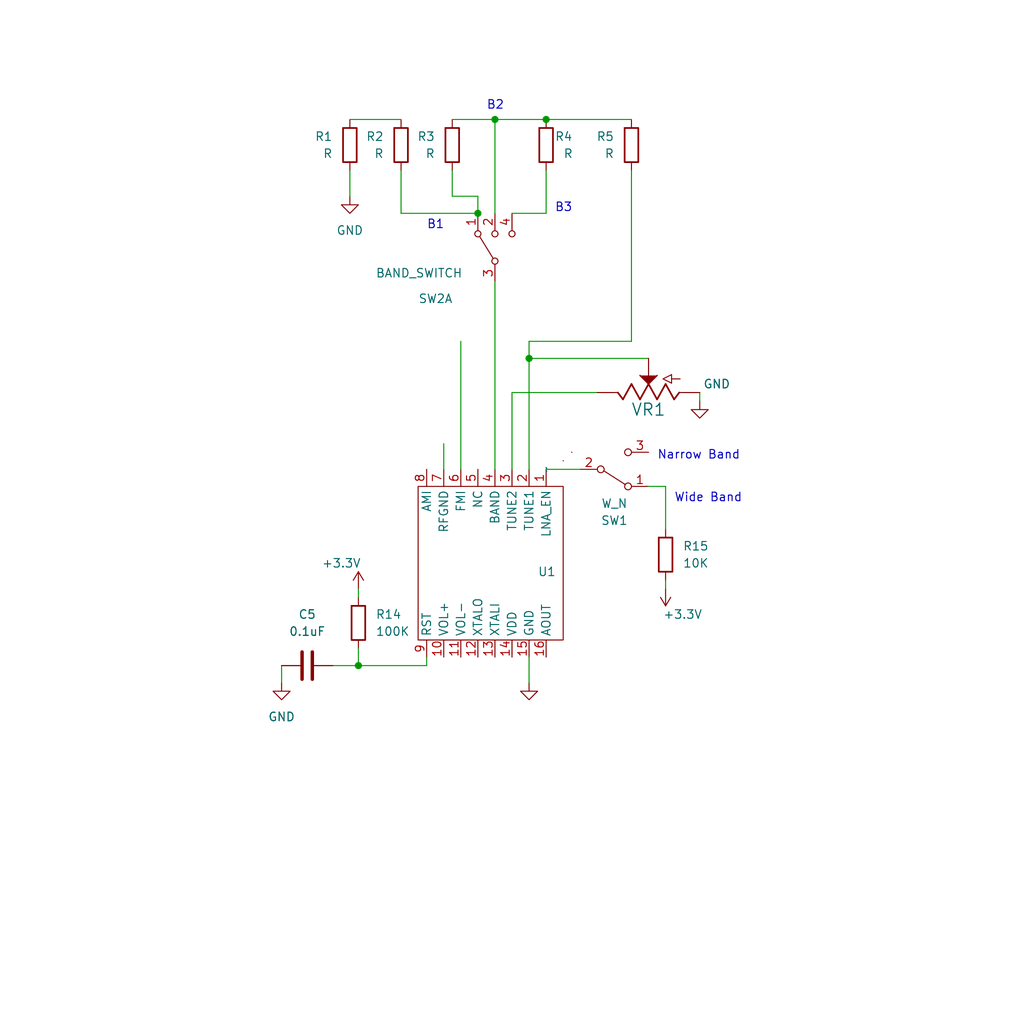
<source format=kicad_sch>
(kicad_sch (version 20230121) (generator eeschema)
  (paper "User" 152.4 152.4)
  (title_block (title "SI4825 Narrow and Wide band setup") (rev "1.0") (company "Ricardo Lima Caratti"))
  (lib_symbols
    (symbol "Device:C" (pin_numbers hide) (pin_names (offset 0.254))
      (property "Reference" "C" (at 0.635 2.54 0))
      (property "Value" "C" (at 0.635 -2.54 0))
      (symbol "C_0_1"
        (polyline (pts (xy -2.032 -0.762) (xy 2.032 -0.762)) (stroke (width 0.508)))
        (polyline (pts (xy -2.032 0.762) (xy 2.032 0.762)) (stroke (width 0.508)))
      )
      (symbol "C_1_1"
        (pin passive line (at 0 3.81 270) (length 2.794) (name "~") (number "1"))
        (pin passive line (at 0 -3.81 90) (length 2.794) (name "~") (number "2"))
      )
    )
    (symbol "Device:R" (pin_numbers hide) (pin_names (offset 0))
      (property "Reference" "R" (at 2.032 0 90))
      (property "Value" "R" (at 0 0 90))
      (symbol "R_0_1"
        (rectangle (start -1.016 -2.54) (end 1.016 2.54) (stroke (width 0.254)))
      )
      (symbol "R_1_1"
        (pin passive line (at 0 3.81 270) (length 1.27) (name "~") (number "1"))
        (pin passive line (at 0 -3.81 90) (length 1.27) (name "~") (number "2"))
      )
    )
    (symbol "SI4844:POTENTIOMETER-PTH-9MM-1/20W-20%"
      (property "Reference" "VR" (at 3.048 -0.254 90))
      (symbol "POTENTIOMETER-PTH-9MM-1/20W-20%_1_0"
        (polyline (pts (xy -1.016 -3.81) (xy 1.27 -2.54)) (stroke (width 0.254)))
        (polyline (pts (xy -1.016 -1.27) (xy 1.27 0)) (stroke (width 0.254)))
        (polyline (pts (xy -1.016 1.27) (xy 1.27 2.54)) (stroke (width 0.254)))
        (polyline (pts (xy -1.016 3.81) (xy 0 4.572)) (stroke (width 0.254)))
        (polyline (pts (xy 0 -5.08) (xy 0 -4.572)) (stroke (width 0.1524)))
        (polyline (pts (xy 0 -4.572) (xy -1.016 -3.81)) (stroke (width 0.254)))
        (polyline (pts (xy 0 4.572) (xy 0 5.08)) (stroke (width 0.1524)))
        (polyline (pts (xy 1.27 -2.54) (xy -1.016 -1.27)) (stroke (width 0.254)))
        (polyline (pts (xy 1.27 0) (xy -1.016 1.27)) (stroke (width 0.254)))
        (polyline (pts (xy 1.27 2.54) (xy -1.016 3.81)) (stroke (width 0.254)))
        (polyline (pts (xy 1.397 -3.429) (xy 2.032 -2.159)) (stroke (width 0.1524)))
        (polyline (pts (xy 2.032 -4.699) (xy 2.032 -3.429)) (stroke (width 0.1524)))
        (polyline (pts (xy 2.032 -3.429) (xy 1.397 -3.429)) (stroke (width 0.1524)))
        (polyline (pts (xy 2.032 -2.159) (xy 2.667 -3.429)) (stroke (width 0.1524)))
        (polyline (pts (xy 2.667 -3.429) (xy 2.032 -3.429)) (stroke (width 0.1524)))
        (polyline (pts (xy 2.54 -1.27) (xy 1.27 0) (xy 2.54 1.27)) (stroke (width 0.2032)) (fill (type outline)))
        (pin passive line (at 0 7.62 270) (length 2.54) (name "E") (number "P$1"))
        (pin passive line (at 5.08 0 180) (length 2.54) (name "S") (number "P$2"))
        (pin passive line (at 0 -7.62 90) (length 2.54) (name "A") (number "P$3"))
      )
    )
    (symbol "SI48XX:SI4825"
      (property "Reference" "U" (at 0 6.35 0))
      (symbol "SI4825_0_0"
        (pin bidirectional line (at 13.97 -8.89 180) (length 2.54) (name "XTALI") (number "13"))
        (pin power_in line (at 13.97 -6.35 180) (length 2.54) (name "VDD") (number "14"))
        (pin power_in line (at 13.97 -3.81 180) (length 2.54) (name "GND") (number "15"))
        (pin output line (at 13.97 -1.27 180) (length 2.54) (name "AOUT") (number "16"))
        (pin passive line (at -13.97 -3.81 0) (length 2.54) (name "TUNE1") (number "2"))
        (pin passive line (at -13.97 -6.35 0) (length 2.54) (name "TUNE2") (number "3"))
        (pin passive line (at -13.97 -8.89 0) (length 2.54) (name "BAND") (number "4"))
        (pin free line (at -13.97 -11.43 0) (length 2.54) (name "NC") (number "5"))
        (pin input line (at -13.97 -13.97 0) (length 2.54) (name "FMI") (number "6"))
        (pin passive line (at -13.97 -16.51 0) (length 2.54) (name "RFGND") (number "7"))
        (pin input line (at -13.97 -19.05 0) (length 2.54) (name "AMI") (number "8"))
        (pin output line (at 13.97 -19.05 180) (length 2.54) (name "RST") (number "9"))
      )
      (symbol "SI4825_0_1"
        (rectangle (start -16.51 2.54) (end -16.51 2.54))
        (rectangle (start -15.24 1.27) (end -15.24 1.27))
        (rectangle (start -15.24 1.27) (end -15.24 1.27))
      )
      (symbol "SI4825_1_0"
        (pin output line (at -13.97 -1.27 0) (length 2.54) (name "LNA_EN") (number "1"))
        (pin bidirectional line (at 13.97 -16.51 180) (length 2.54) (name "VOL+") (number "10"))
        (pin bidirectional line (at 13.97 -13.97 180) (length 2.54) (name "VOL-") (number "11"))
        (pin bidirectional line (at 13.97 -11.43 180) (length 2.54) (name "XTALO") (number "12"))
      )
      (symbol "SI4825_1_1"
        (rectangle (start -16.51 2.54) (end -16.51 2.54))
        (rectangle (start -11.43 1.27) (end 11.43 -20.32))
      )
    )
    (symbol "Switch:SW_DP3T" (pin_names (offset 0) hide)
      (property "Reference" "SW" (at 0 5.08 0))
      (property "Value" "SW_DP3T" (at 0 -5.08 0))
      (symbol "SW_DP3T_0_1"
        (circle (center -2.032 0) (radius 0.4572))
        (polyline (pts (xy -1.651 0.254) (xy 1.651 2.286)))
        (circle (center 2.032 -2.54) (radius 0.4572))
        (circle (center 2.032 0) (radius 0.4572))
        (circle (center 2.032 2.54) (radius 0.4572))
      )
      (symbol "SW_DP3T_1_1"
        (pin passive line (at 5.08 2.54 180) (length 2.54) (name "1") (number "1"))
        (pin passive line (at 5.08 0 180) (length 2.54) (name "2") (number "2"))
        (pin passive line (at -5.08 0 0) (length 2.54) (name "3") (number "3"))
        (pin passive line (at 5.08 -2.54 180) (length 2.54) (name "4") (number "4"))
      )
      (symbol "SW_DP3T_2_1"
        (pin passive line (at 5.08 2.54 180) (length 2.54) (name "5") (number "5"))
        (pin passive line (at 5.08 0 180) (length 2.54) (name "6") (number "6"))
        (pin passive line (at -5.08 0 0) (length 2.54) (name "7") (number "7"))
        (pin passive line (at 5.08 -2.54 180) (length 2.54) (name "8") (number "8"))
      )
    )
    (symbol "Switch:SW_SPDT" (pin_names (offset 0) hide)
      (property "Reference" "SW" (at 0 4.318 0))
      (property "Value" "SW_SPDT" (at 0 -5.08 0))
      (symbol "SW_SPDT_0_0"
        (circle (center -2.032 0) (radius 0.508))
        (circle (center 2.032 -2.54) (radius 0.508))
      )
      (symbol "SW_SPDT_0_1"
        (polyline (pts (xy -1.524 0.254) (xy 1.651 2.286)))
        (circle (center 2.032 2.54) (radius 0.508))
      )
      (symbol "SW_SPDT_1_1"
        (pin passive line (at 5.08 2.54 180) (length 2.54) (name "A") (number "1"))
        (pin passive line (at -5.08 0 0) (length 2.54) (name "B") (number "2"))
        (pin passive line (at 5.08 -2.54 180) (length 2.54) (name "C") (number "3"))
      )
    )
    (symbol "power:+3.3V" (power) (pin_names (offset 0))
      (property "Value" "+3.3V" (at 0 3.556 0))
      (symbol "+3.3V_0_1"
        (polyline (pts (xy -0.762 1.27) (xy 0 2.54)))
        (polyline (pts (xy 0 0) (xy 0 2.54)))
        (polyline (pts (xy 0 2.54) (xy 0.762 1.27)))
      )
      (symbol "+3.3V_1_1"
        (pin power_in line (at 0 0 90) (length 0) hide (name "+3.3V") (number "1"))
      )
    )
    (symbol "power:GND" (power) (pin_names (offset 0))
      (property "Value" "GND" (at 0 -3.81 0))
      (symbol "GND_0_1"
        (polyline (pts (xy 0 0) (xy 0 -1.27) (xy 1.27 -1.27) (xy 0 -2.54) (xy -1.27 -1.27) (xy 0 -1.27)))
      )
      (symbol "GND_1_1"
        (pin power_in line (at 0 0 270) (length 0) hide (name "GND") (number "1"))
      )
    )
  )
  (junction (at 71.12 31.75))
  (junction (at 78.74 53.34))
  (junction (at 73.66 17.78))
  (junction (at 81.28 17.78))
  (junction (at 53.34 99.06))
  (wire (pts (xy 52.07 25.4) (xy 52.07 29.21)))
  (wire (pts (xy 49.53 99.06) (xy 53.34 99.06)))
  (wire (pts (xy 76.2 58.42) (xy 76.2 69.85)))
  (wire (pts (xy 63.5 97.79) (xy 63.5 99.06)))
  (wire (pts (xy 88.9 58.42) (xy 76.2 58.42)))
  (wire (pts (xy 78.74 97.79) (xy 78.74 101.6)))
  (wire (pts (xy 78.74 53.34) (xy 78.74 69.85)))
  (wire (pts (xy 81.28 17.78) (xy 93.98 17.78)))
  (wire (pts (xy 99.06 72.39) (xy 99.06 78.74)))
  (wire (pts (xy 67.31 25.4) (xy 67.31 29.21)))
  (wire (pts (xy 78.74 53.34) (xy 96.52 53.34)))
  (wire (pts (xy 53.34 87.63) (xy 53.34 88.9)))
  (wire (pts (xy 52.07 17.78) (xy 59.69 17.78)))
  (wire (pts (xy 66.04 66.04) (xy 66.04 69.85)))
  (wire (pts (xy 93.98 25.4) (xy 93.98 50.8)))
  (wire (pts (xy 53.34 96.52) (xy 53.34 99.06)))
  (wire (pts (xy 104.14 58.42) (xy 104.14 59.69)))
  (wire (pts (xy 71.12 29.21) (xy 71.12 31.75)))
  (wire (pts (xy 73.66 17.78) (xy 73.66 31.75)))
  (wire (pts (xy 67.31 17.78) (xy 73.66 17.78)))
  (wire (pts (xy 59.69 25.4) (xy 59.69 31.75)))
  (wire (pts (xy 53.34 99.06) (xy 63.5 99.06)))
  (wire (pts (xy 96.52 72.39) (xy 99.06 72.39)))
  (wire (pts (xy 99.06 86.36) (xy 99.06 87.63)))
  (wire (pts (xy 41.91 99.06) (xy 41.91 101.6)))
  (wire (pts (xy 67.31 29.21) (xy 71.12 29.21)))
  (wire (pts (xy 93.98 50.8) (xy 78.74 50.8)))
  (wire (pts (xy 78.74 53.34) (xy 78.74 50.8)))
  (wire (pts (xy 81.28 31.75) (xy 76.2 31.75)))
  (wire (pts (xy 73.66 41.91) (xy 73.66 69.85)))
  (wire (pts (xy 81.28 69.85) (xy 86.36 69.85)))
  (wire (pts (xy 73.66 17.78) (xy 81.28 17.78)))
  (wire (pts (xy 59.69 31.75) (xy 71.12 31.75)))
  (wire (pts (xy 68.58 50.8) (xy 68.58 69.85)))
  (wire (pts (xy 81.28 25.4) (xy 81.28 31.75)))
  (text "Wide Band" (at 100.33 74.93 0) (effects (font (size 1.27 1.27)) (justify left bottom)))
  (text "B1" (at 63.5 34.29 0) (effects (font (size 1.27 1.27)) (justify left bottom)))
  (text "B3" (at 82.55 31.75 0) (effects (font (size 1.27 1.27)) (justify left bottom)))
  (text "B2" (at 72.39 16.51 0) (effects (font (size 1.27 1.27)) (justify left bottom)))
  (text "Narrow Band" (at 97.79 68.58 0) (effects (font (size 1.27 1.27)) (justify left bottom)))
  (symbol (lib_id "Device:R") (at 67.31 21.59 0) (mirror y) (unit 1)
    (property "Reference" "R3" (at 64.77 20.32 0) (effects (justify left)))
    (property "Value" "R" (at 64.77 22.86 0) (effects (justify left)))
  )
  (symbol (lib_id "Device:R") (at 81.28 21.59 0) (unit 1)
    (property "Reference" "R4" (at 82.55 20.32 0) (effects (justify left)))
    (property "Value" "R" (at 83.82 22.86 0) (effects (justify left)))
  )
  (symbol (lib_id "power:GND") (at 104.14 59.69 0) (unit 1)
    (property "Reference" "#PWR02" (effects hide))
    (property "Value" "GND" (at 106.68 57.15 0))
  )
  (symbol (lib_id "Device:R") (at 59.69 21.59 0) (mirror y) (unit 1)
    (property "Reference" "R2" (at 57.15 20.32 0) (effects (justify left)))
    (property "Value" "R" (at 57.15 22.86 0) (effects (justify left)))
  )
  (symbol (lib_id "Device:R") (at 53.34 92.71 0) (unit 1)
    (property "Reference" "R14" (at 55.88 91.44 0) (effects (justify left)))
    (property "Value" "100K" (at 55.88 93.98 0) (effects (justify left)))
  )
  (symbol (lib_id "power:+3.3V") (at 99.06 87.63 180) (unit 1)
    (property "Reference" "#PWR014" (effects hide))
    (property "Value" "+3.3V" (at 101.6 91.44 0))
  )
  (symbol (lib_id "Device:R") (at 99.06 82.55 0) (unit 1)
    (property "Reference" "R15" (at 101.6 81.28 0) (effects (justify left)))
    (property "Value" "10K" (at 101.6 83.82 0) (effects (justify left)))
  )
  (symbol (lib_id "Device:C") (at 45.72 99.06 270) (unit 1)
    (property "Reference" "C5" (at 45.72 91.44 90))
    (property "Value" "0.1uF" (at 45.72 93.98 90))
  )
  (symbol (lib_id "SI4844:POTENTIOMETER-PTH-9MM-1/20W-20%") (at 96.52 58.42 90) (unit 1)
    (property "Reference" "VR1" (at 96.52 60.96 90) (effects (font (size 1.778 1.778))))
    (property "Value" "100K" (effects hide))
    (property "Footprint" "SI4844_01:POT-PTH-ALPS" (effects hide))
  )
  (symbol (lib_id "Switch:SW_SPDT") (at 91.44 69.85 0) (mirror x) (unit 1)
    (property "Reference" "SW1" (at 91.44 77.47 0))
    (property "Value" "W_N" (at 91.44 74.93 0))
  )
  (symbol (lib_id "Device:R") (at 93.98 21.59 0) (mirror y) (unit 1)
    (property "Reference" "R5" (at 91.44 20.32 0) (effects (justify left)))
    (property "Value" "R" (at 91.44 22.86 0) (effects (justify left)))
  )
  (symbol (lib_id "power:GND") (at 41.91 101.6 0) (unit 1)
    (property "Reference" "#PWR08" (effects hide))
    (property "Value" "GND" (at 41.91 106.68 0))
  )
  (symbol (lib_id "power:+3.3V") (at 53.34 87.63 0) (unit 1)
    (property "Reference" "#PWR09" (effects hide))
    (property "Value" "+3.3V" (at 50.8 83.82 0))
  )
  (symbol (lib_id "power:GND") (at 52.07 29.21 0) (unit 1)
    (property "Reference" "#PWR01" (effects hide))
    (property "Value" "GND" (at 52.07 34.29 0))
  )
  (symbol (lib_id "Switch:SW_DP3T") (at 73.66 36.83 90) (unit 1)
    (property "Reference" "SW2" (at 62.23 44.45 90) (effects (justify right)))
    (property "Value" "BAND_SWITCH" (at 55.88 40.64 90) (effects (justify right)))
  )
  (symbol (lib_id "power:GND") (at 78.74 101.6 0) (unit 1)
    (property "Reference" "#PWR04" (effects hide))
    (property "Value" "GND" (effects hide))
  )
  (symbol (lib_id "SI48XX:SI4825") (at 82.55 83.82 270) (unit 1)
    (property "Reference" "U1" (at 80.01 85.09 90) (effects (justify left)))
    (property "Value" "~" (at 81.28 69.85 0))
    (property "Footprint" "SI48XX:SI4825" (effects hide))
  )
  (symbol (lib_id "Device:R") (at 52.07 21.59 0) (mirror y) (unit 1)
    (property "Reference" "R1" (at 49.53 20.32 0) (effects (justify left)))
    (property "Value" "R" (at 49.53 22.86 0) (effects (justify left)))
  )
)
</source>
